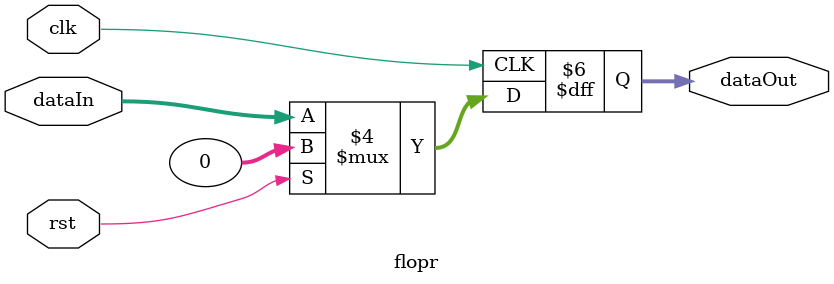
<source format=v>
`timescale 1ns / 1ps


module flopr #(parameter N=32) (
	input clk, rst,
	input [N-1:0] dataIn,
	output reg [N-1:0] dataOut
    );
    always @(posedge clk) begin
    	if (rst != 1) begin 
    		dataOut <= dataIn;
    	end else begin
    		dataOut <= 0;
    	end
    end
endmodule

</source>
